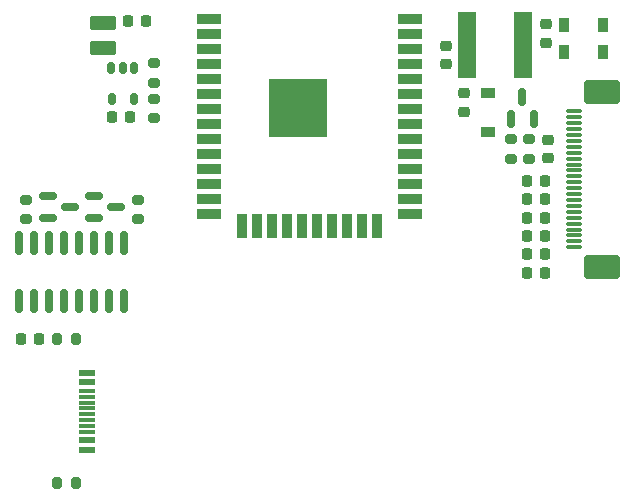
<source format=gtp>
%TF.GenerationSoftware,KiCad,Pcbnew,6.0.6*%
%TF.CreationDate,2022-08-19T01:01:07+00:00*%
%TF.ProjectId,minico2,6d696e69-636f-4322-9e6b-696361645f70,rev?*%
%TF.SameCoordinates,Original*%
%TF.FileFunction,Paste,Top*%
%TF.FilePolarity,Positive*%
%FSLAX46Y46*%
G04 Gerber Fmt 4.6, Leading zero omitted, Abs format (unit mm)*
G04 Created by KiCad (PCBNEW 6.0.6) date 2022-08-19 01:01:07*
%MOMM*%
%LPD*%
G01*
G04 APERTURE LIST*
G04 Aperture macros list*
%AMRoundRect*
0 Rectangle with rounded corners*
0 $1 Rounding radius*
0 $2 $3 $4 $5 $6 $7 $8 $9 X,Y pos of 4 corners*
0 Add a 4 corners polygon primitive as box body*
4,1,4,$2,$3,$4,$5,$6,$7,$8,$9,$2,$3,0*
0 Add four circle primitives for the rounded corners*
1,1,$1+$1,$2,$3*
1,1,$1+$1,$4,$5*
1,1,$1+$1,$6,$7*
1,1,$1+$1,$8,$9*
0 Add four rect primitives between the rounded corners*
20,1,$1+$1,$2,$3,$4,$5,0*
20,1,$1+$1,$4,$5,$6,$7,0*
20,1,$1+$1,$6,$7,$8,$9,0*
20,1,$1+$1,$8,$9,$2,$3,0*%
G04 Aperture macros list end*
%ADD10RoundRect,0.150000X-0.587500X-0.150000X0.587500X-0.150000X0.587500X0.150000X-0.587500X0.150000X0*%
%ADD11RoundRect,0.225000X0.250000X-0.225000X0.250000X0.225000X-0.250000X0.225000X-0.250000X-0.225000X0*%
%ADD12RoundRect,0.150000X0.150000X-0.587500X0.150000X0.587500X-0.150000X0.587500X-0.150000X-0.587500X0*%
%ADD13RoundRect,0.200000X-0.275000X0.200000X-0.275000X-0.200000X0.275000X-0.200000X0.275000X0.200000X0*%
%ADD14R,2.000000X0.900000*%
%ADD15R,0.900000X2.000000*%
%ADD16R,5.000000X5.000000*%
%ADD17RoundRect,0.175000X-0.175000X0.325000X-0.175000X-0.325000X0.175000X-0.325000X0.175000X0.325000X0*%
%ADD18RoundRect,0.225000X0.225000X0.250000X-0.225000X0.250000X-0.225000X-0.250000X0.225000X-0.250000X0*%
%ADD19RoundRect,0.225000X-0.225000X-0.250000X0.225000X-0.250000X0.225000X0.250000X-0.225000X0.250000X0*%
%ADD20R,0.900000X1.200000*%
%ADD21RoundRect,0.250000X0.850000X-0.375000X0.850000X0.375000X-0.850000X0.375000X-0.850000X-0.375000X0*%
%ADD22R,1.200000X0.900000*%
%ADD23RoundRect,0.225000X-0.250000X0.225000X-0.250000X-0.225000X0.250000X-0.225000X0.250000X0.225000X0*%
%ADD24R,1.450000X0.600000*%
%ADD25R,1.450000X0.300000*%
%ADD26RoundRect,0.200000X0.275000X-0.200000X0.275000X0.200000X-0.275000X0.200000X-0.275000X-0.200000X0*%
%ADD27RoundRect,0.200000X-0.200000X-0.275000X0.200000X-0.275000X0.200000X0.275000X-0.200000X0.275000X0*%
%ADD28RoundRect,0.030000X0.620000X-0.120000X0.620000X0.120000X-0.620000X0.120000X-0.620000X-0.120000X0*%
%ADD29RoundRect,0.200000X1.300000X-0.800000X1.300000X0.800000X-1.300000X0.800000X-1.300000X-0.800000X0*%
%ADD30RoundRect,0.150000X0.150000X-0.825000X0.150000X0.825000X-0.150000X0.825000X-0.150000X-0.825000X0*%
%ADD31R,1.600000X5.700000*%
G04 APERTURE END LIST*
D10*
%TO.C,Q1*%
X133562500Y-97650000D03*
X133562500Y-99550000D03*
X135437500Y-98600000D03*
%TD*%
D11*
%TO.C,C8*%
X164900000Y-90525000D03*
X164900000Y-88975000D03*
%TD*%
D12*
%TO.C,Q3*%
X168850000Y-91137500D03*
X170750000Y-91137500D03*
X169800000Y-89262500D03*
%TD*%
D13*
%TO.C,R10*%
X170400000Y-92875000D03*
X170400000Y-94525000D03*
%TD*%
%TO.C,R9*%
X168850000Y-92875000D03*
X168850000Y-94525000D03*
%TD*%
D14*
%TO.C,U1*%
X143300000Y-82695000D03*
X143300000Y-83965000D03*
X143300000Y-85235000D03*
X143300000Y-86505000D03*
X143300000Y-87775000D03*
X143300000Y-89045000D03*
X143300000Y-90315000D03*
X143300000Y-91585000D03*
X143300000Y-92855000D03*
X143300000Y-94125000D03*
X143300000Y-95395000D03*
X143300000Y-96665000D03*
X143300000Y-97935000D03*
X143300000Y-99205000D03*
D15*
X146085000Y-100205000D03*
X147355000Y-100205000D03*
X148625000Y-100205000D03*
X149895000Y-100205000D03*
X151165000Y-100205000D03*
X152435000Y-100205000D03*
X153705000Y-100205000D03*
X154975000Y-100205000D03*
X156245000Y-100205000D03*
X157515000Y-100205000D03*
D14*
X160300000Y-99205000D03*
X160300000Y-97935000D03*
X160300000Y-96665000D03*
X160300000Y-95395000D03*
X160300000Y-94125000D03*
X160300000Y-92855000D03*
X160300000Y-91585000D03*
X160300000Y-90315000D03*
X160300000Y-89045000D03*
X160300000Y-87775000D03*
X160300000Y-86505000D03*
X160300000Y-85235000D03*
X160300000Y-83965000D03*
X160300000Y-82695000D03*
D16*
X150800000Y-90195000D03*
%TD*%
D17*
%TO.C,U3*%
X136950000Y-86850000D03*
X136000000Y-86850000D03*
X135000000Y-86850000D03*
X135050000Y-89450000D03*
X136950000Y-89450000D03*
%TD*%
D18*
%TO.C,C12*%
X171725000Y-99500000D03*
X170175000Y-99500000D03*
%TD*%
D13*
%TO.C,R4*%
X138600000Y-89450000D03*
X138600000Y-91100000D03*
%TD*%
D19*
%TO.C,C1*%
X127325000Y-109800000D03*
X128875000Y-109800000D03*
%TD*%
D20*
%TO.C,D1*%
X173300000Y-85500000D03*
X176600000Y-85500000D03*
%TD*%
D21*
%TO.C,L1*%
X134300000Y-85125000D03*
X134300000Y-82975000D03*
%TD*%
D18*
%TO.C,C15*%
X171725000Y-104150000D03*
X170175000Y-104150000D03*
%TD*%
D22*
%TO.C,D3*%
X166850000Y-92250000D03*
X166850000Y-88950000D03*
%TD*%
D23*
%TO.C,C10*%
X172000000Y-92925000D03*
X172000000Y-94475000D03*
%TD*%
%TO.C,C6*%
X163300000Y-84925000D03*
X163300000Y-86475000D03*
%TD*%
D18*
%TO.C,C13*%
X171725000Y-101050000D03*
X170175000Y-101050000D03*
%TD*%
D20*
%TO.C,D2*%
X176600000Y-83150000D03*
X173300000Y-83150000D03*
%TD*%
D23*
%TO.C,C7*%
X171800000Y-83125000D03*
X171800000Y-84675000D03*
%TD*%
D10*
%TO.C,Q2*%
X129662500Y-97650000D03*
X129662500Y-99550000D03*
X131537500Y-98600000D03*
%TD*%
D24*
%TO.C,J1*%
X132935000Y-112650000D03*
X132935000Y-113450000D03*
D25*
X132935000Y-114650000D03*
X132935000Y-115650000D03*
X132935000Y-116150000D03*
X132935000Y-117150000D03*
D24*
X132935000Y-118350000D03*
X132935000Y-119150000D03*
X132935000Y-119150000D03*
X132935000Y-118350000D03*
D25*
X132935000Y-117650000D03*
X132935000Y-116650000D03*
X132935000Y-115150000D03*
X132935000Y-114150000D03*
D24*
X132935000Y-113450000D03*
X132935000Y-112650000D03*
%TD*%
D26*
%TO.C,R6*%
X137300000Y-97975000D03*
X137300000Y-99625000D03*
%TD*%
D13*
%TO.C,R3*%
X138600000Y-86425000D03*
X138600000Y-88075000D03*
%TD*%
D18*
%TO.C,C14*%
X171725000Y-102600000D03*
X170175000Y-102600000D03*
%TD*%
D19*
%TO.C,C4*%
X136425000Y-82850000D03*
X137975000Y-82850000D03*
%TD*%
D27*
%TO.C,R2*%
X130375000Y-109800000D03*
X132025000Y-109800000D03*
%TD*%
D28*
%TO.C,J2*%
X174205000Y-90500000D03*
X174205000Y-91000000D03*
X174205000Y-91500000D03*
X174205000Y-92000000D03*
X174205000Y-92500000D03*
X174205000Y-93000000D03*
X174205000Y-93500000D03*
X174205000Y-94000000D03*
X174205000Y-94500000D03*
X174205000Y-95000000D03*
X174205000Y-95500000D03*
X174205000Y-96000000D03*
X174205000Y-96500000D03*
X174205000Y-97000000D03*
X174205000Y-97500000D03*
X174205000Y-98000000D03*
X174205000Y-98500000D03*
X174205000Y-99000000D03*
X174205000Y-99500000D03*
X174205000Y-100000000D03*
X174205000Y-100500000D03*
X174205000Y-101000000D03*
X174205000Y-101500000D03*
X174205000Y-102000000D03*
D29*
X176555000Y-103650000D03*
X176555000Y-88850000D03*
%TD*%
D19*
%TO.C,C2*%
X135025000Y-90950000D03*
X136575000Y-90950000D03*
%TD*%
D26*
%TO.C,R5*%
X127800000Y-99625000D03*
X127800000Y-97975000D03*
%TD*%
D27*
%TO.C,R1*%
X130375000Y-122000000D03*
X132025000Y-122000000D03*
%TD*%
D18*
%TO.C,C9*%
X171725000Y-96400000D03*
X170175000Y-96400000D03*
%TD*%
%TO.C,C11*%
X171725000Y-97950000D03*
X170175000Y-97950000D03*
%TD*%
D30*
%TO.C,U2*%
X127155000Y-106575000D03*
X128425000Y-106575000D03*
X129695000Y-106575000D03*
X130965000Y-106575000D03*
X132235000Y-106575000D03*
X133505000Y-106575000D03*
X134775000Y-106575000D03*
X136045000Y-106575000D03*
X136045000Y-101625000D03*
X134775000Y-101625000D03*
X133505000Y-101625000D03*
X132235000Y-101625000D03*
X130965000Y-101625000D03*
X129695000Y-101625000D03*
X128425000Y-101625000D03*
X127155000Y-101625000D03*
%TD*%
D31*
%TO.C,L2*%
X165150000Y-84900000D03*
X169850000Y-84900000D03*
%TD*%
M02*

</source>
